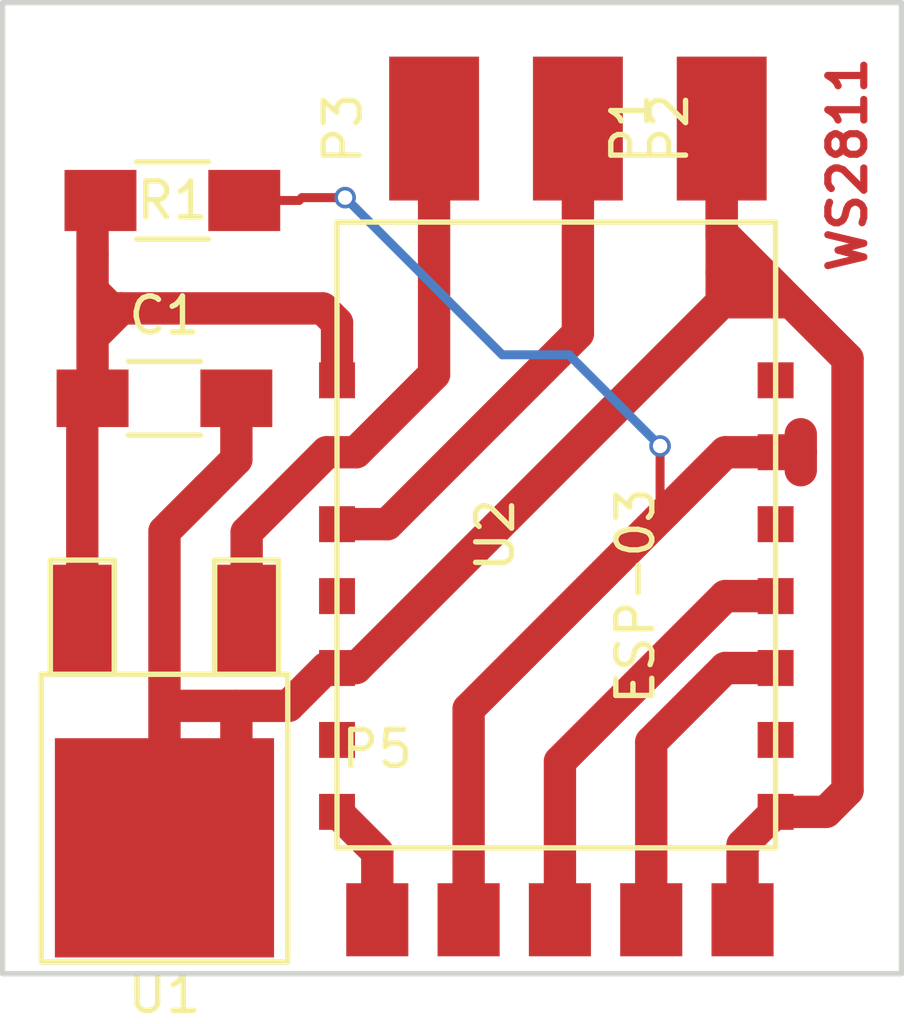
<source format=kicad_pcb>
(kicad_pcb (version 20171130) (host pcbnew "(5.1.12)-1")

  (general
    (thickness 1.6)
    (drawings 5)
    (tracks 88)
    (zones 0)
    (modules 8)
    (nets 9)
  )

  (page A4)
  (layers
    (0 F.Cu signal)
    (31 B.Cu signal)
    (32 B.Adhes user)
    (33 F.Adhes user)
    (34 B.Paste user)
    (35 F.Paste user)
    (36 B.SilkS user)
    (37 F.SilkS user)
    (38 B.Mask user)
    (39 F.Mask user)
    (40 Dwgs.User user)
    (41 Cmts.User user)
    (42 Eco1.User user)
    (43 Eco2.User user)
    (44 Edge.Cuts user)
    (45 Margin user)
    (46 B.CrtYd user)
    (47 F.CrtYd user)
    (48 B.Fab user)
    (49 F.Fab user hide)
  )

  (setup
    (last_trace_width 0.25)
    (user_trace_width 0.5)
    (user_trace_width 0.7)
    (user_trace_width 0.9)
    (user_trace_width 1.1)
    (user_trace_width 1.3)
    (user_trace_width 1.5)
    (user_trace_width 1.7)
    (trace_clearance 0.4)
    (zone_clearance 0.508)
    (zone_45_only no)
    (trace_min 0.2)
    (via_size 0.6)
    (via_drill 0.4)
    (via_min_size 0.4)
    (via_min_drill 0.3)
    (uvia_size 0.3)
    (uvia_drill 0.1)
    (uvias_allowed no)
    (uvia_min_size 0.2)
    (uvia_min_drill 0.1)
    (edge_width 0.15)
    (segment_width 0.2)
    (pcb_text_width 0.3)
    (pcb_text_size 1.5 1.5)
    (mod_edge_width 0.15)
    (mod_text_size 1 1)
    (mod_text_width 0.15)
    (pad_size 1.524 1.524)
    (pad_drill 0.762)
    (pad_to_mask_clearance 0.2)
    (aux_axis_origin 0 0)
    (visible_elements 7FFFFFFF)
    (pcbplotparams
      (layerselection 0x00030_80000001)
      (usegerberextensions false)
      (usegerberattributes true)
      (usegerberadvancedattributes true)
      (creategerberjobfile true)
      (excludeedgelayer true)
      (linewidth 0.100000)
      (plotframeref false)
      (viasonmask false)
      (mode 1)
      (useauxorigin false)
      (hpglpennumber 1)
      (hpglpenspeed 20)
      (hpglpendiameter 15.000000)
      (psnegative false)
      (psa4output false)
      (plotreference true)
      (plotvalue true)
      (plotinvisibletext false)
      (padsonsilk false)
      (subtractmaskfromsilk false)
      (outputformat 1)
      (mirror false)
      (drillshape 1)
      (scaleselection 1)
      (outputdirectory ""))
  )

  (net 0 "")
  (net 1 +3V3)
  (net 2 GND)
  (net 3 /PSU_EN)
  (net 4 +5V)
  (net 5 /UART_RX)
  (net 6 /UART_TX)
  (net 7 /CH_PD)
  (net 8 /FLASH_EN)

  (net_class Default "This is the default net class."
    (clearance 0.4)
    (trace_width 0.25)
    (via_dia 0.6)
    (via_drill 0.4)
    (uvia_dia 0.3)
    (uvia_drill 0.1)
    (add_net +3V3)
    (add_net +5V)
    (add_net /CH_PD)
    (add_net /FLASH_EN)
    (add_net /PSU_EN)
    (add_net /UART_RX)
    (add_net /UART_TX)
    (add_net GND)
  )

  (module Resistors_SMD:R_1206_HandSoldering (layer F.Cu) (tedit 5418A20D) (tstamp 56856195)
    (at 107.22 80.5 180)
    (descr "Resistor SMD 1206, hand soldering")
    (tags "resistor 1206")
    (path /56844F3A)
    (attr smd)
    (fp_text reference R1 (at 0 0 180) (layer F.SilkS)
      (effects (font (size 1 1) (thickness 0.15)))
    )
    (fp_text value 10K (at 0 2.3 180) (layer F.Fab)
      (effects (font (size 1 1) (thickness 0.15)))
    )
    (fp_line (start -3.3 -1.2) (end 3.3 -1.2) (layer F.CrtYd) (width 0.05))
    (fp_line (start -3.3 1.2) (end 3.3 1.2) (layer F.CrtYd) (width 0.05))
    (fp_line (start -3.3 -1.2) (end -3.3 1.2) (layer F.CrtYd) (width 0.05))
    (fp_line (start 3.3 -1.2) (end 3.3 1.2) (layer F.CrtYd) (width 0.05))
    (fp_line (start 1 1.075) (end -1 1.075) (layer F.SilkS) (width 0.15))
    (fp_line (start -1 -1.075) (end 1 -1.075) (layer F.SilkS) (width 0.15))
    (pad 1 smd rect (at -2 0 180) (size 2 1.7) (layers F.Cu F.Paste F.Mask)
      (net 7 /CH_PD))
    (pad 2 smd rect (at 2 0 180) (size 2 1.7) (layers F.Cu F.Paste F.Mask)
      (net 1 +3V3))
    (model Resistors_SMD.3dshapes/R_1206_HandSoldering.wrl
      (at (xyz 0 0 0))
      (scale (xyz 1 1 1))
      (rotate (xyz 0 0 0))
    )
  )

  (module "WS2811 Controller:5pin_SMD" (layer F.Cu) (tedit 56850FAB) (tstamp 568561B4)
    (at 112.92 100.5)
    (tags "socket strip")
    (path /568466D4)
    (fp_text reference P5 (at 0 -4.75) (layer F.SilkS)
      (effects (font (size 1 1) (thickness 0.15)))
    )
    (fp_text value DEBUG_HDR (at 0 -2.54) (layer F.Fab)
      (effects (font (size 1 1) (thickness 0.15)))
    )
    (pad 1 smd rect (at 0 0) (size 1.7272 2.032) (layers F.Cu F.Paste F.Mask)
      (net 8 /FLASH_EN))
    (pad 2 smd rect (at 2.54 0) (size 1.7272 2.032) (layers F.Cu F.Paste F.Mask)
      (net 7 /CH_PD))
    (pad 3 smd rect (at 5.08 0) (size 1.7272 2.032) (layers F.Cu F.Paste F.Mask)
      (net 5 /UART_RX))
    (pad 4 smd rect (at 7.62 0) (size 1.7272 2.032) (layers F.Cu F.Paste F.Mask)
      (net 6 /UART_TX))
    (pad 5 smd rect (at 10.16 0) (size 1.7272 2.032) (layers F.Cu F.Paste F.Mask)
      (net 2 GND))
  )

  (module "WS2811 Controller:esp-03" (layer F.Cu) (tedit 568523B3) (tstamp 568561A0)
    (at 117.9 91.6)
    (descr "ESP8266 ESP-03 wifi module -- Phillip Pearson")
    (path /56845717)
    (fp_text reference U2 (at -1.7 -1.8 90) (layer F.SilkS)
      (effects (font (size 1 1) (thickness 0.15)))
    )
    (fp_text value ESP-03 (at 2.2 -0.1 90) (layer F.SilkS)
      (effects (font (size 1 1) (thickness 0.15)))
    )
    (fp_line (start -6.1 6.9) (end -6.1 -10.5) (layer F.SilkS) (width 0.15))
    (fp_line (start -6.1 -10.5) (end 6.1 -10.5) (layer F.SilkS) (width 0.15))
    (fp_line (start 6.1 -10.5) (end 6.1 6.9) (layer F.SilkS) (width 0.15))
    (fp_line (start 6.1 6.9) (end -6.1 6.9) (layer F.SilkS) (width 0.15))
    (pad 14 smd rect (at -6.1 5.9) (size 1 1) (layers F.Cu F.Paste F.Mask)
      (net 8 /FLASH_EN))
    (pad 13 smd rect (at -6.1 3.9) (size 1 1) (layers F.Cu F.Paste F.Mask))
    (pad 12 smd rect (at -6.1 1.9) (size 1 1) (layers F.Cu F.Paste F.Mask)
      (net 2 GND))
    (pad 11 smd rect (at -6.1 -0.1) (size 1 1) (layers F.Cu F.Paste F.Mask))
    (pad 10 smd rect (at -6.1 -2.1) (size 1 1) (layers F.Cu F.Paste F.Mask)
      (net 3 /PSU_EN))
    (pad 8 smd rect (at -6.1 -6.1) (size 1 1) (layers F.Cu F.Paste F.Mask)
      (net 1 +3V3))
    (pad 1 smd rect (at 6.1 5.9) (size 1 1) (layers F.Cu F.Paste F.Mask)
      (net 2 GND))
    (pad 2 smd rect (at 6.1 3.9) (size 1 1) (layers F.Cu F.Paste F.Mask))
    (pad 3 smd rect (at 6.1 1.9) (size 1 1) (layers F.Cu F.Paste F.Mask)
      (net 6 /UART_TX))
    (pad 4 smd rect (at 6.1 -0.1) (size 1 1) (layers F.Cu F.Paste F.Mask)
      (net 5 /UART_RX))
    (pad 5 smd rect (at 6.1 -2.1) (size 1 1) (layers F.Cu F.Paste F.Mask))
    (pad 6 smd rect (at 6.1 -4.1) (size 1 1) (layers F.Cu F.Paste F.Mask)
      (net 7 /CH_PD))
    (pad 7 smd rect (at 6.1 -6.1) (size 1 1) (layers F.Cu F.Paste F.Mask))
  )

  (module "WS2811 Controller:SolderPad" (layer F.Cu) (tedit 5685120B) (tstamp 56856191)
    (at 114.5 78.5 270)
    (path /568473F2)
    (fp_text reference P3 (at 0 2.54 270) (layer F.SilkS)
      (effects (font (size 1 1) (thickness 0.15)))
    )
    (fp_text value PSU_5V (at 0 -2.54 270) (layer F.Fab) hide
      (effects (font (size 1 1) (thickness 0.15)))
    )
    (pad 1 smd rect (at 0 0 270) (size 4 2.5) (layers F.Cu F.Paste F.Mask)
      (net 4 +5V))
  )

  (module "WS2811 Controller:SolderPad" (layer F.Cu) (tedit 56844E9E) (tstamp 5685618D)
    (at 122.5 78.5 270)
    (path /56846D85)
    (fp_text reference P1 (at 0 2.54 270) (layer F.SilkS)
      (effects (font (size 1 1) (thickness 0.15)))
    )
    (fp_text value PSU_GND (at 0 -2.54 270) (layer F.Fab)
      (effects (font (size 1 1) (thickness 0.15)))
    )
    (pad 1 smd rect (at 0 0 270) (size 4 2.5) (layers F.Cu F.Paste F.Mask)
      (net 2 GND))
  )

  (module Capacitors_SMD:C_1206_HandSoldering (layer F.Cu) (tedit 541A9C03) (tstamp 56856182)
    (at 107 86)
    (descr "Capacitor SMD 1206, hand soldering")
    (tags "capacitor 1206")
    (path /568459F2)
    (attr smd)
    (fp_text reference C1 (at 0 -2.3) (layer F.SilkS)
      (effects (font (size 1 1) (thickness 0.15)))
    )
    (fp_text value 22u (at 0 2.3) (layer F.Fab)
      (effects (font (size 1 1) (thickness 0.15)))
    )
    (fp_line (start -3.3 -1.15) (end 3.3 -1.15) (layer F.CrtYd) (width 0.05))
    (fp_line (start -3.3 1.15) (end 3.3 1.15) (layer F.CrtYd) (width 0.05))
    (fp_line (start -3.3 -1.15) (end -3.3 1.15) (layer F.CrtYd) (width 0.05))
    (fp_line (start 3.3 -1.15) (end 3.3 1.15) (layer F.CrtYd) (width 0.05))
    (fp_line (start 1 -1.025) (end -1 -1.025) (layer F.SilkS) (width 0.15))
    (fp_line (start -1 1.025) (end 1 1.025) (layer F.SilkS) (width 0.15))
    (pad 1 smd rect (at -2 0) (size 2 1.6) (layers F.Cu F.Paste F.Mask)
      (net 1 +3V3))
    (pad 2 smd rect (at 2 0) (size 2 1.6) (layers F.Cu F.Paste F.Mask)
      (net 2 GND))
    (model Capacitors_SMD.3dshapes/C_1206_HandSoldering.wrl
      (at (xyz 0 0 0))
      (scale (xyz 1 1 1))
      (rotate (xyz 0 0 0))
    )
  )

  (module "WS2811 Controller:SolderPad" (layer F.Cu) (tedit 56844E9E) (tstamp 5685617E)
    (at 118.5 78.5 90)
    (path /56847536)
    (fp_text reference P2 (at 0 2.54 90) (layer F.SilkS)
      (effects (font (size 1 1) (thickness 0.15)))
    )
    (fp_text value PSU_EN (at 0 -2.54 90) (layer F.Fab)
      (effects (font (size 1 1) (thickness 0.15)))
    )
    (pad 1 smd rect (at 0 0 90) (size 4 2.5) (layers F.Cu F.Paste F.Mask)
      (net 3 /PSU_EN))
  )

  (module TO_SOT_Packages_SMD:TO-252-2Lead (layer F.Cu) (tedit 0) (tstamp 5685616D)
    (at 107 92.15 180)
    (descr "DPAK / TO-252 2-lead smd package")
    (tags "dpak TO-252")
    (path /568459C3)
    (attr smd)
    (fp_text reference U1 (at 0 -10.414 180) (layer F.SilkS)
      (effects (font (size 1 1) (thickness 0.15)))
    )
    (fp_text value LF33 (at 0 -2.413 180) (layer F.Fab)
      (effects (font (size 1 1) (thickness 0.15)))
    )
    (fp_line (start 1.397 -1.524) (end 1.397 1.651) (layer F.SilkS) (width 0.15))
    (fp_line (start 1.397 1.651) (end 3.175 1.651) (layer F.SilkS) (width 0.15))
    (fp_line (start 3.175 1.651) (end 3.175 -1.524) (layer F.SilkS) (width 0.15))
    (fp_line (start -3.175 -1.524) (end -3.175 1.651) (layer F.SilkS) (width 0.15))
    (fp_line (start -3.175 1.651) (end -1.397 1.651) (layer F.SilkS) (width 0.15))
    (fp_line (start -1.397 1.651) (end -1.397 -1.524) (layer F.SilkS) (width 0.15))
    (fp_line (start 3.429 -7.62) (end 3.429 -1.524) (layer F.SilkS) (width 0.15))
    (fp_line (start 3.429 -1.524) (end -3.429 -1.524) (layer F.SilkS) (width 0.15))
    (fp_line (start -3.429 -1.524) (end -3.429 -9.398) (layer F.SilkS) (width 0.15))
    (fp_line (start -3.429 -9.525) (end 3.429 -9.525) (layer F.SilkS) (width 0.15))
    (fp_line (start 3.429 -9.398) (end 3.429 -7.62) (layer F.SilkS) (width 0.15))
    (pad 1 smd rect (at -2.286 0 180) (size 1.651 3.048) (layers F.Cu F.Paste F.Mask)
      (net 4 +5V))
    (pad 2 smd rect (at 0 -6.35 180) (size 6.096 6.096) (layers F.Cu F.Paste F.Mask)
      (net 2 GND))
    (pad 3 smd rect (at 2.286 0 180) (size 1.651 3.048) (layers F.Cu F.Paste F.Mask)
      (net 1 +3V3))
    (model TO_SOT_Packages_SMD.3dshapes/TO-252-2Lead.wrl
      (at (xyz 0 0 0))
      (scale (xyz 1 1 1))
      (rotate (xyz 0 0 0))
    )
  )

  (gr_line (start 102.5 75) (end 127.5 75) (layer Edge.Cuts) (width 0.15) (tstamp 5685616C))
  (gr_line (start 127.5 102) (end 102.5 102) (layer Edge.Cuts) (width 0.15) (tstamp 5685616B))
  (gr_line (start 102.5 102) (end 102.5 75) (layer Edge.Cuts) (width 0.15) (tstamp 5685616A))
  (gr_line (start 127.5 75) (end 127.5 102) (layer Edge.Cuts) (width 0.15) (tstamp 56856169))
  (gr_text WS2811 (at 126 79.5 90) (layer F.Cu) (tstamp 5685615F)
    (effects (font (size 1 1) (thickness 0.2)))
  )

  (segment (start 105.22 80.5) (end 105.22 81.8751) (width 0.25) (layer F.Cu) (net 1))
  (segment (start 105 82) (end 105.1249 81.8751) (width 0.25) (layer F.Cu) (net 1))
  (segment (start 105.1249 81.8751) (end 105.22 81.8751) (width 0.25) (layer F.Cu) (net 1))
  (segment (start 105 82) (end 105 81) (width 0.9) (layer F.Cu) (net 1))
  (segment (start 105 83) (end 105 82) (width 0.9) (layer F.Cu) (net 1))
  (segment (start 105.8 83.5) (end 111.4 83.5) (width 0.9) (layer F.Cu) (net 1))
  (segment (start 111.4 83.5) (end 111.8 83.9) (width 0.9) (layer F.Cu) (net 1))
  (segment (start 111.8 83.9) (end 111.8 85.5) (width 0.9) (layer F.Cu) (net 1))
  (segment (start 105.8 83.5) (end 105.5 83.5) (width 0.9) (layer F.Cu) (net 1))
  (segment (start 105.5 83.5) (end 105 83) (width 0.9) (layer F.Cu) (net 1))
  (segment (start 105 84.3) (end 105.8 83.5) (width 0.9) (layer F.Cu) (net 1))
  (segment (start 105 84.3) (end 105 83) (width 0.9) (layer F.Cu) (net 1))
  (segment (start 104.714 92.15) (end 104.714 86.286) (width 0.9) (layer F.Cu) (net 1))
  (segment (start 104.714 86.286) (end 105 86) (width 0.9) (layer F.Cu) (net 1))
  (segment (start 105 86) (end 105 84.3) (width 0.9) (layer F.Cu) (net 1))
  (segment (start 122.5 81.5) (end 122.5 81.4) (width 0.9) (layer F.Cu) (net 2))
  (segment (start 122.5 82.5) (end 122.5 81.5) (width 0.9) (layer F.Cu) (net 2))
  (segment (start 122.5 81.4) (end 122.5 78.5) (width 0.9) (layer F.Cu) (net 2))
  (segment (start 122.5 81.5) (end 122.5 81.4) (width 0.9) (layer F.Cu) (net 2))
  (segment (start 124.1 83) (end 123 81.9) (width 0.9) (layer F.Cu) (net 2))
  (segment (start 124.43 83.33) (end 124.1 83) (width 0.9) (layer F.Cu) (net 2))
  (segment (start 107.2 89.5) (end 108.2 88.5) (width 0.9) (layer F.Cu) (net 2))
  (segment (start 107 94.552) (end 107 89.7) (width 0.9) (layer F.Cu) (net 2))
  (segment (start 107 89.7) (end 107.2 89.5) (width 0.9) (layer F.Cu) (net 2))
  (segment (start 107 94.552) (end 109 94.552) (width 0.9) (layer F.Cu) (net 2))
  (segment (start 109 94.552) (end 109 96.5) (width 0.9) (layer F.Cu) (net 2))
  (segment (start 109 96.5) (end 107 98.5) (width 0.9) (layer F.Cu) (net 2))
  (segment (start 107 94.552) (end 107 98.0115) (width 0.9) (layer F.Cu) (net 2))
  (segment (start 111.8 93.5) (end 112.33 93.5) (width 0.9) (layer F.Cu) (net 2))
  (segment (start 112.33 93.5) (end 122.5 83.33) (width 0.9) (layer F.Cu) (net 2))
  (segment (start 109 94.552) (end 110.45 94.552) (width 0.9) (layer F.Cu) (net 2))
  (segment (start 110.45 94.552) (end 111.502 93.5) (width 0.9) (layer F.Cu) (net 2))
  (segment (start 111.502 93.5) (end 111.8 93.5) (width 0.9) (layer F.Cu) (net 2))
  (segment (start 107.2 89.5) (end 108.2 88.5) (width 0.9) (layer F.Cu) (net 2))
  (segment (start 108.2 88.5) (end 109 87.7) (width 0.9) (layer F.Cu) (net 2))
  (segment (start 109 87.7) (end 109 86) (width 0.9) (layer F.Cu) (net 2))
  (segment (start 108.8 86) (end 109 86) (width 0.9) (layer F.Cu) (net 2))
  (segment (start 124.43 83.33) (end 126 84.9) (width 0.9) (layer F.Cu) (net 2))
  (segment (start 126 84.9) (end 126 96.9) (width 0.9) (layer F.Cu) (net 2))
  (segment (start 126 96.9) (end 125.4 97.5) (width 0.9) (layer F.Cu) (net 2))
  (segment (start 125.4 97.5) (end 124 97.5) (width 0.9) (layer F.Cu) (net 2))
  (segment (start 124 97.5) (end 123.08 98.42) (width 0.9) (layer F.Cu) (net 2))
  (segment (start 123.08 98.42) (end 123.08 100.5) (width 0.9) (layer F.Cu) (net 2))
  (segment (start 124.1 83) (end 123 83) (width 0.9) (layer F.Cu) (net 2))
  (segment (start 123 83) (end 122.5 82.5) (width 0.9) (layer F.Cu) (net 2))
  (segment (start 122.5 83.33) (end 122.5 82.5) (width 0.9) (layer F.Cu) (net 2))
  (segment (start 122.5 83.33) (end 124.43 83.33) (width 0.9) (layer F.Cu) (net 2))
  (segment (start 124.1 83) (end 123 81.9) (width 0.9) (layer F.Cu) (net 2))
  (segment (start 123 81.9) (end 122.5 81.4) (width 0.9) (layer F.Cu) (net 2))
  (segment (start 122.5 81.4) (end 122.5 78.5) (width 0.9) (layer F.Cu) (net 2))
  (segment (start 118.5 78.5) (end 118.5 84.2) (width 0.9) (layer F.Cu) (net 3))
  (segment (start 118.5 84.2) (end 113.2 89.5) (width 0.9) (layer F.Cu) (net 3))
  (segment (start 113.2 89.5) (end 111.8 89.5) (width 0.9) (layer F.Cu) (net 3))
  (segment (start 114.35 78.65) (end 114.5 78.5) (width 0.9) (layer F.Cu) (net 4))
  (segment (start 113.85 79.15) (end 114.35 78.65) (width 0.9) (layer F.Cu) (net 4))
  (segment (start 109.286 92.15) (end 109.286 89.726) (width 0.9) (layer F.Cu) (net 4))
  (segment (start 109.286 89.726) (end 111.512 87.5) (width 0.9) (layer F.Cu) (net 4))
  (segment (start 111.512 87.5) (end 112.33 87.5) (width 0.9) (layer F.Cu) (net 4))
  (segment (start 112.33 87.5) (end 114.5 85.33) (width 0.9) (layer F.Cu) (net 4))
  (segment (start 114.5 85.33) (end 114.5 78.5) (width 0.9) (layer F.Cu) (net 4))
  (segment (start 114.35 78.65) (end 114.5 78.5) (width 0.9) (layer F.Cu) (net 4))
  (segment (start 118 100.5) (end 118 96.1) (width 0.9) (layer F.Cu) (net 5))
  (segment (start 118 96.1) (end 122.6 91.5) (width 0.9) (layer F.Cu) (net 5))
  (segment (start 122.6 91.5) (end 124 91.5) (width 0.9) (layer F.Cu) (net 5))
  (segment (start 120.54 100.5) (end 120.54 95.56) (width 0.9) (layer F.Cu) (net 6))
  (segment (start 120.54 95.56) (end 122.6 93.5) (width 0.9) (layer F.Cu) (net 6))
  (segment (start 122.6 93.5) (end 124 93.5) (width 0.9) (layer F.Cu) (net 6))
  (segment (start 109.22 80.5) (end 110.7451 80.5) (width 0.25) (layer F.Cu) (net 7))
  (segment (start 112.025 80.42) (end 110.8251 80.42) (width 0.25) (layer F.Cu) (net 7))
  (segment (start 110.8251 80.42) (end 110.7451 80.5) (width 0.25) (layer F.Cu) (net 7))
  (segment (start 120.7858 87.3258) (end 118.2501 84.7901) (width 0.25) (layer B.Cu) (net 7))
  (segment (start 118.2501 84.7901) (end 118.2501 84.79) (width 0.25) (layer B.Cu) (net 7))
  (segment (start 118.2501 84.79) (end 116.395 84.79) (width 0.25) (layer B.Cu) (net 7))
  (segment (start 116.395 84.79) (end 112.025 80.42) (width 0.25) (layer B.Cu) (net 7))
  (segment (start 120.925 89.175) (end 120.7858 89.0358) (width 0.25) (layer F.Cu) (net 7))
  (segment (start 120.7858 89.0358) (end 120.7858 87.3258) (width 0.25) (layer F.Cu) (net 7))
  (segment (start 120.925 89.175) (end 115.46 94.64) (width 0.9) (layer F.Cu) (net 7))
  (segment (start 124 87.5) (end 122.6 87.5) (width 0.9) (layer F.Cu) (net 7))
  (segment (start 122.6 87.5) (end 120.925 89.175) (width 0.9) (layer F.Cu) (net 7))
  (segment (start 124.7 88) (end 124.7 87.5) (width 0.9) (layer F.Cu) (net 7))
  (segment (start 124.7 87) (end 124.7 87.5) (width 0.9) (layer F.Cu) (net 7))
  (segment (start 124.7 87.5) (end 124 87.5) (width 0.9) (layer F.Cu) (net 7))
  (segment (start 115.46 100.5) (end 115.46 94.64) (width 0.9) (layer F.Cu) (net 7))
  (segment (start 115.46 94.64) (end 115.46 94.61) (width 0.7) (layer F.Cu) (net 7))
  (via (at 112.025 80.42) (size 0.6) (layers F.Cu B.Cu) (net 7))
  (via (at 120.7858 87.3258) (size 0.6) (layers F.Cu B.Cu) (net 7))
  (segment (start 112.92 100.5) (end 112.92 98.62) (width 0.9) (layer F.Cu) (net 8))
  (segment (start 112.92 98.62) (end 111.8 97.5) (width 0.9) (layer F.Cu) (net 8))

)

</source>
